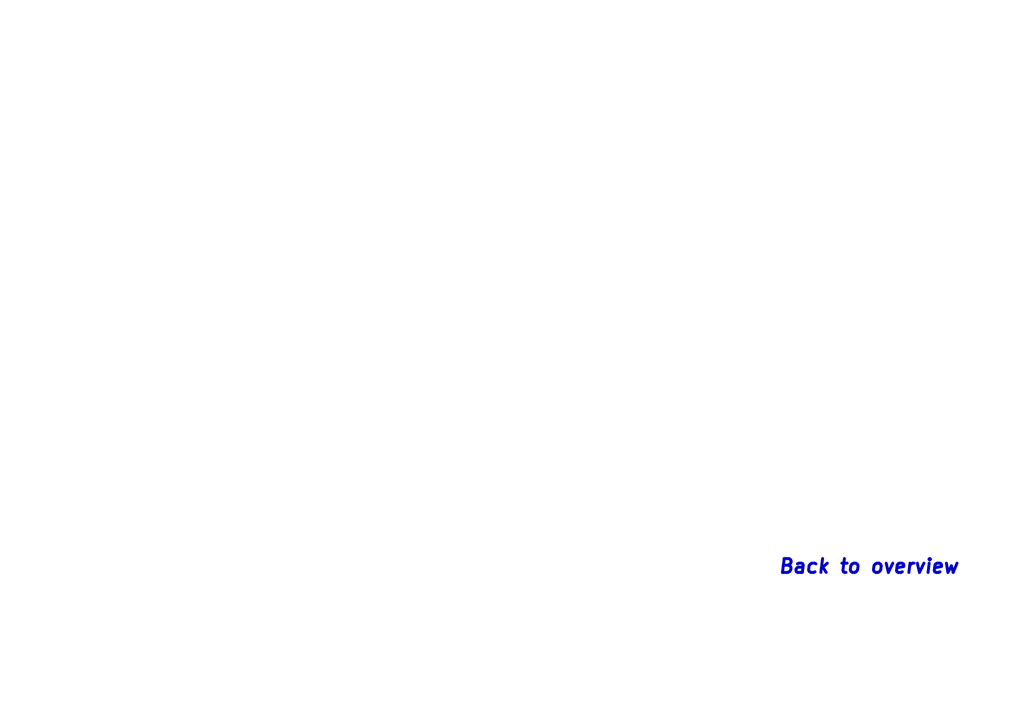
<source format=kicad_sch>
(kicad_sch (version 20230121) (generator eeschema)
  (paper "A5")
  (title_block (title "Logos") (date "2023-03-22") (company "EPFL Xplore") (comment 2 "Authors: Vincent Nguyen, Yassine Bakkali"))
  (lib_symbols)
  (text "Back to overview" (at 196.85 118.11 0) (effects (font (size 2.85 2.85) (thickness 0.6) bold italic) (justify right bottom)))
)
</source>
